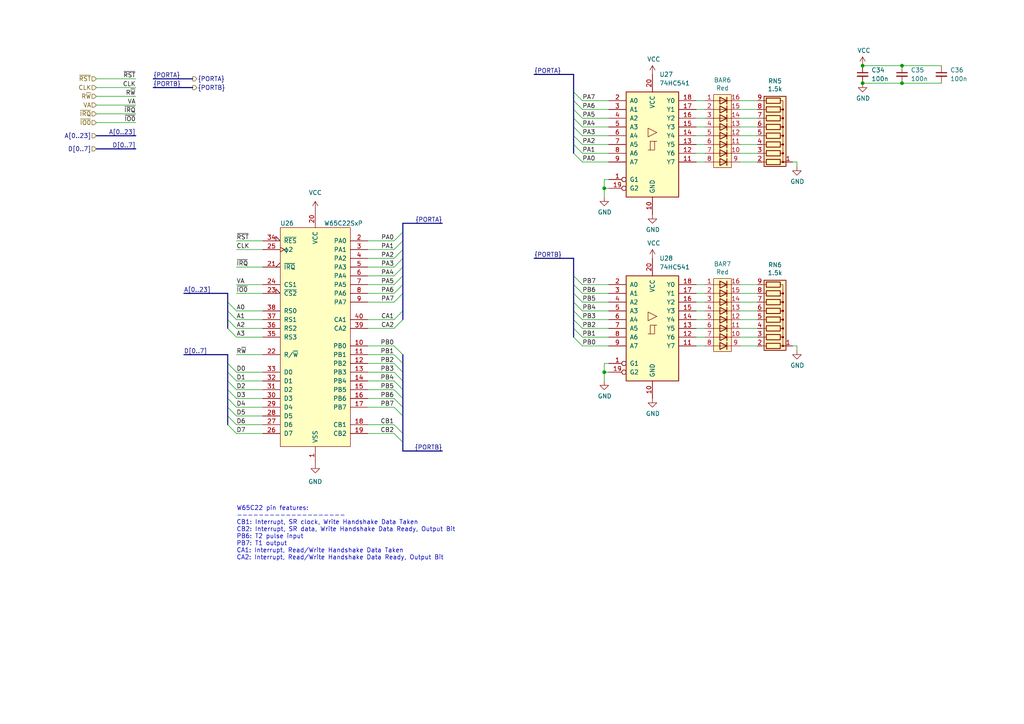
<source format=kicad_sch>
(kicad_sch (version 20211123) (generator eeschema)
  (paper "A4")
  (title_block (title "GPIO module") (date "2022-09-03") (rev "A.28") (comment 2 "https://github.com/adrienkohlbecker/65C816") (comment 3 "Licensed under CERN-OHL-W v2") (comment 4 "Copyright © 2022 Adrien Kohlbecker"))
  (lib_symbols
    (symbol "65C816:LED-Array-8" (pin_names (offset 1.016) hide)
      (property "Reference" "BAR" (at 0 11.938 0))
      (property "Value" "LED-Array-8" (at 0.762 -12.065 0))
      (symbol "LED-Array-8_0_1"
        (polyline (pts (xy -2.54 -8.89) (xy 2.54 -8.89)))
        (polyline (pts (xy -2.54 -6.35) (xy 2.54 -6.35)))
        (polyline (pts (xy -2.54 -1.27) (xy 2.54 -1.27)))
        (polyline (pts (xy -2.54 3.81) (xy 2.54 3.81)))
        (polyline (pts (xy -2.54 6.35) (xy 2.54 6.35)))
        (polyline (pts (xy -2.54 8.89) (xy 2.54 8.89)))
        (polyline (pts (xy 1.27 -7.874) (xy 1.27 -9.906)) (stroke (width 0.254)))
        (polyline (pts (xy 1.27 -5.334) (xy 1.27 -7.366)) (stroke (width 0.254)))
        (polyline (pts (xy 1.27 -2.794) (xy 1.27 -4.826)) (stroke (width 0.254)))
        (polyline (pts (xy 1.27 -0.254) (xy 1.27 -2.286)) (stroke (width 0.254)))
        (polyline (pts (xy 1.27 2.286) (xy 1.27 0.254)) (stroke (width 0.254)))
        (polyline (pts (xy 1.27 4.826) (xy 1.27 2.794)) (stroke (width 0.254)))
        (polyline (pts (xy 1.27 7.366) (xy 1.27 5.334)) (stroke (width 0.254)))
        (polyline (pts (xy 1.27 9.906) (xy 1.27 7.874)) (stroke (width 0.254)))
        (polyline (pts (xy 2.54 -3.81) (xy -2.54 -3.81)))
        (polyline (pts (xy 2.54 1.27) (xy -2.54 1.27)))
        (polyline (pts (xy -0.762 -7.874) (xy -0.762 -9.906) (xy 1.27 -8.89) (xy -0.762 -7.874)) (stroke (width 0.254)))
        (polyline (pts (xy -0.762 -5.334) (xy -0.762 -7.366) (xy 1.27 -6.35) (xy -0.762 -5.334)) (stroke (width 0.254)))
        (polyline (pts (xy -0.762 -2.794) (xy -0.762 -4.826) (xy 1.27 -3.81) (xy -0.762 -2.794)) (stroke (width 0.254)))
        (polyline (pts (xy -0.762 -0.254) (xy -0.762 -2.286) (xy 1.27 -1.27) (xy -0.762 -0.254)) (stroke (width 0.254)))
        (polyline (pts (xy -0.762 2.286) (xy -0.762 0.254) (xy 1.27 1.27) (xy -0.762 2.286)) (stroke (width 0.254)))
        (polyline (pts (xy -0.762 4.826) (xy -0.762 2.794) (xy 1.27 3.81) (xy -0.762 4.826)) (stroke (width 0.254)))
        (polyline (pts (xy -0.762 7.366) (xy -0.762 5.334) (xy 1.27 6.35) (xy -0.762 7.366)) (stroke (width 0.254)))
        (polyline (pts (xy -0.762 9.906) (xy -0.762 7.874) (xy 1.27 8.89) (xy -0.762 9.906)) (stroke (width 0.254)))
        (rectangle (start 2.54 10.668) (end -2.54 -10.541) (fill (type background)))
      )
      (symbol "LED-Array-8_1_1"
        (pin passive line (at -5.08 8.89 0) (length 2.54) (name "A") (number "1"))
        (pin passive line (at 5.08 -6.35 180) (length 2.54) (name "K") (number "10"))
        (pin passive line (at 5.08 -3.81 180) (length 2.54) (name "K") (number "11"))
        (pin passive line (at 5.08 -1.27 180) (length 2.54) (name "K") (number "12"))
        (pin passive line (at 5.08 1.27 180) (length 2.54) (name "K") (number "13"))
        (pin passive line (at 5.08 3.81 180) (length 2.54) (name "K") (number "14"))
        (pin passive line (at 5.08 6.35 180) (length 2.54) (name "K") (number "15"))
        (pin passive line (at 5.08 8.89 180) (length 2.54) (name "K") (number "16"))
        (pin passive line (at -5.08 6.35 0) (length 2.54) (name "A") (number "2"))
        (pin passive line (at -5.08 3.81 0) (length 2.54) (name "A") (number "3"))
        (pin passive line (at -5.08 1.27 0) (length 2.54) (name "A") (number "4"))
        (pin passive line (at -5.08 -1.27 0) (length 2.54) (name "A") (number "5"))
        (pin passive line (at -5.08 -3.81 0) (length 2.54) (name "A") (number "6"))
        (pin passive line (at -5.08 -6.35 0) (length 2.54) (name "A") (number "7"))
        (pin passive line (at -5.08 -8.89 0) (length 2.54) (name "A") (number "8"))
        (pin passive line (at 5.08 -8.89 180) (length 2.54) (name "K") (number "9"))
      )
    )
    (symbol "65C816:W65C22SxP" (pin_names (offset 1.016))
      (property "Reference" "U" (at -10.16 33.02 0))
      (property "Value" "W65C22SxP" (at 0 0 90))
      (symbol "W65C22SxP_0_1"
        (rectangle (start -10.16 31.75) (end 10.16 -31.75) (fill (type background)))
      )
      (symbol "W65C22SxP_1_1"
        (pin power_in line (at 0 -36.83 90) (length 5.08) (name "VSS") (number "1"))
        (pin bidirectional line (at 15.24 -2.54 180) (length 5.08) (name "PB0") (number "10"))
        (pin bidirectional line (at 15.24 -5.08 180) (length 5.08) (name "PB1") (number "11"))
        (pin bidirectional line (at 15.24 -7.62 180) (length 5.08) (name "PB2") (number "12"))
        (pin bidirectional line (at 15.24 -10.16 180) (length 5.08) (name "PB3") (number "13"))
        (pin bidirectional line (at 15.24 -12.7 180) (length 5.08) (name "PB4") (number "14"))
        (pin bidirectional line (at 15.24 -15.24 180) (length 5.08) (name "PB5") (number "15"))
        (pin bidirectional line (at 15.24 -17.78 180) (length 5.08) (name "PB6") (number "16"))
        (pin bidirectional line (at 15.24 -20.32 180) (length 5.08) (name "PB7") (number "17"))
        (pin input line (at 15.24 -25.4 180) (length 5.08) (name "CB1") (number "18"))
        (pin bidirectional line (at 15.24 -27.94 180) (length 5.08) (name "CB2") (number "19"))
        (pin bidirectional line (at 15.24 27.94 180) (length 5.08) (name "PA0") (number "2"))
        (pin power_in line (at 0 36.83 270) (length 5.08) (name "VCC") (number "20"))
        (pin output output_low (at -15.24 20.32 0) (length 5.08) (name "~{IRQ}") (number "21"))
        (pin input line (at -15.24 -5.08 0) (length 5.08) (name "R/~{W}") (number "22"))
        (pin input input_low (at -15.24 12.7 0) (length 5.08) (name "~{CS2}") (number "23"))
        (pin input line (at -15.24 15.24 0) (length 5.08) (name "CS1") (number "24"))
        (pin input clock (at -15.24 25.4 0) (length 5.08) (name "ϕ2") (number "25"))
        (pin bidirectional line (at -15.24 -27.94 0) (length 5.08) (name "D7") (number "26"))
        (pin bidirectional line (at -15.24 -25.4 0) (length 5.08) (name "D6") (number "27"))
        (pin bidirectional line (at -15.24 -22.86 0) (length 5.08) (name "D5") (number "28"))
        (pin bidirectional line (at -15.24 -20.32 0) (length 5.08) (name "D4") (number "29"))
        (pin bidirectional line (at 15.24 25.4 180) (length 5.08) (name "PA1") (number "3"))
        (pin bidirectional line (at -15.24 -17.78 0) (length 5.08) (name "D3") (number "30"))
        (pin bidirectional line (at -15.24 -15.24 0) (length 5.08) (name "D2") (number "31"))
        (pin bidirectional line (at -15.24 -12.7 0) (length 5.08) (name "D1") (number "32"))
        (pin bidirectional line (at -15.24 -10.16 0) (length 5.08) (name "D0") (number "33"))
        (pin input input_low (at -15.24 27.94 0) (length 5.08) (name "~{RES}") (number "34"))
        (pin input line (at -15.24 0 0) (length 5.08) (name "RS3") (number "35"))
        (pin input line (at -15.24 2.54 0) (length 5.08) (name "RS2") (number "36"))
        (pin input line (at -15.24 5.08 0) (length 5.08) (name "RS1") (number "37"))
        (pin input line (at -15.24 7.62 0) (length 5.08) (name "RS0") (number "38"))
        (pin bidirectional line (at 15.24 2.54 180) (length 5.08) (name "CA2") (number "39"))
        (pin bidirectional line (at 15.24 22.86 180) (length 5.08) (name "PA2") (number "4"))
        (pin input line (at 15.24 5.08 180) (length 5.08) (name "CA1") (number "40"))
        (pin bidirectional line (at 15.24 20.32 180) (length 5.08) (name "PA3") (number "5"))
        (pin bidirectional line (at 15.24 17.78 180) (length 5.08) (name "PA4") (number "6"))
        (pin bidirectional line (at 15.24 15.24 180) (length 5.08) (name "PA5") (number "7"))
        (pin bidirectional line (at 15.24 12.7 180) (length 5.08) (name "PA6") (number "8"))
        (pin bidirectional line (at 15.24 10.16 180) (length 5.08) (name "PA7") (number "9"))
      )
    )
    (symbol "74xx:74LS541" (pin_names (offset 1.016))
      (property "Reference" "U" (at -7.62 16.51 0))
      (property "Value" "74LS541" (at -7.62 -16.51 0))
      (symbol "74LS541_1_0"
        (polyline (pts (xy -0.635 -1.6002) (xy -0.635 0.9398) (xy 0.635 0.9398)))
        (polyline (pts (xy -1.27 -1.6002) (xy 0.635 -1.6002) (xy 0.635 0.9398) (xy 1.27 0.9398)))
        (polyline (pts (xy 1.27 3.4798) (xy -1.27 4.7498) (xy -1.27 2.2098) (xy 1.27 3.4798)) (stroke (width 0.1524)))
        (pin input inverted (at -12.7 -10.16 0) (length 5.08) (name "G1") (number "1"))
        (pin power_in line (at 0 -20.32 90) (length 5.08) (name "GND") (number "10"))
        (pin tri_state line (at 12.7 -5.08 180) (length 5.08) (name "Y7") (number "11"))
        (pin tri_state line (at 12.7 -2.54 180) (length 5.08) (name "Y6") (number "12"))
        (pin tri_state line (at 12.7 0 180) (length 5.08) (name "Y5") (number "13"))
        (pin tri_state line (at 12.7 2.54 180) (length 5.08) (name "Y4") (number "14"))
        (pin tri_state line (at 12.7 5.08 180) (length 5.08) (name "Y3") (number "15"))
        (pin tri_state line (at 12.7 7.62 180) (length 5.08) (name "Y2") (number "16"))
        (pin tri_state line (at 12.7 10.16 180) (length 5.08) (name "Y1") (number "17"))
        (pin tri_state line (at 12.7 12.7 180) (length 5.08) (name "Y0") (number "18"))
        (pin input inverted (at -12.7 -12.7 0) (length 5.08) (name "G2") (number "19"))
        (pin input line (at -12.7 12.7 0) (length 5.08) (name "A0") (number "2"))
        (pin power_in line (at 0 20.32 270) (length 5.08) (name "VCC") (number "20"))
        (pin input line (at -12.7 10.16 0) (length 5.08) (name "A1") (number "3"))
        (pin input line (at -12.7 7.62 0) (length 5.08) (name "A2") (number "4"))
        (pin input line (at -12.7 5.08 0) (length 5.08) (name "A3") (number "5"))
        (pin input line (at -12.7 2.54 0) (length 5.08) (name "A4") (number "6"))
        (pin input line (at -12.7 0 0) (length 5.08) (name "A5") (number "7"))
        (pin input line (at -12.7 -2.54 0) (length 5.08) (name "A6") (number "8"))
        (pin input line (at -12.7 -5.08 0) (length 5.08) (name "A7") (number "9"))
      )
      (symbol "74LS541_1_1"
        (rectangle (start -7.62 15.24) (end 7.62 -15.24) (stroke (width 0.254)) (fill (type background)))
      )
    )
    (symbol "Device:C_Small" (pin_numbers hide) (pin_names (offset 0.254) hide)
      (property "Reference" "C" (at 0.254 1.778 0))
      (property "Value" "C_Small" (at 0.254 -2.032 0))
      (symbol "C_Small_0_1"
        (polyline (pts (xy -1.524 -0.508) (xy 1.524 -0.508)) (stroke (width 0.3302)))
        (polyline (pts (xy -1.524 0.508) (xy 1.524 0.508)) (stroke (width 0.3048)))
      )
      (symbol "C_Small_1_1"
        (pin passive line (at 0 2.54 270) (length 2.032) (name "~") (number "1"))
        (pin passive line (at 0 -2.54 90) (length 2.032) (name "~") (number "2"))
      )
    )
    (symbol "Device:R_Network08" (pin_names (offset 0) hide)
      (property "Reference" "RN" (at -12.7 0 90))
      (property "Value" "R_Network08" (at 10.16 0 90))
      (symbol "R_Network08_0_1"
        (rectangle (start -11.43 -3.175) (end 8.89 3.175) (stroke (width 0.254)) (fill (type background)))
        (rectangle (start -10.922 1.524) (end -9.398 -2.54) (stroke (width 0.254)))
        (circle (center -10.16 2.286) (radius 0.254) (fill (type outline)))
        (rectangle (start -8.382 1.524) (end -6.858 -2.54) (stroke (width 0.254)))
        (circle (center -7.62 2.286) (radius 0.254) (fill (type outline)))
        (rectangle (start -5.842 1.524) (end -4.318 -2.54) (stroke (width 0.254)))
        (circle (center -5.08 2.286) (radius 0.254) (fill (type outline)))
        (rectangle (start -3.302 1.524) (end -1.778 -2.54) (stroke (width 0.254)))
        (circle (center -2.54 2.286) (radius 0.254) (fill (type outline)))
        (rectangle (start -0.762 1.524) (end 0.762 -2.54) (stroke (width 0.254)))
        (polyline (pts (xy -10.16 -2.54) (xy -10.16 -3.81)))
        (polyline (pts (xy -7.62 -2.54) (xy -7.62 -3.81)))
        (polyline (pts (xy -5.08 -2.54) (xy -5.08 -3.81)))
        (polyline (pts (xy -2.54 -2.54) (xy -2.54 -3.81)))
        (polyline (pts (xy 0 -2.54) (xy 0 -3.81)))
        (polyline (pts (xy 2.54 -2.54) (xy 2.54 -3.81)))
        (polyline (pts (xy 5.08 -2.54) (xy 5.08 -3.81)))
        (polyline (pts (xy 7.62 -2.54) (xy 7.62 -3.81)))
        (polyline (pts (xy -10.16 1.524) (xy -10.16 2.286) (xy -7.62 2.286) (xy -7.62 1.524)))
        (polyline (pts (xy -7.62 1.524) (xy -7.62 2.286) (xy -5.08 2.286) (xy -5.08 1.524)))
        (polyline (pts (xy -5.08 1.524) (xy -5.08 2.286) (xy -2.54 2.286) (xy -2.54 1.524)))
        (polyline (pts (xy -2.54 1.524) (xy -2.54 2.286) (xy 0 2.286) (xy 0 1.524)))
        (polyline (pts (xy 0 1.524) (xy 0 2.286) (xy 2.54 2.286) (xy 2.54 1.524)))
        (polyline (pts (xy 2.54 1.524) (xy 2.54 2.286) (xy 5.08 2.286) (xy 5.08 1.524)))
        (polyline (pts (xy 5.08 1.524) (xy 5.08 2.286) (xy 7.62 2.286) (xy 7.62 1.524)))
        (circle (center 0 2.286) (radius 0.254) (fill (type outline)))
        (rectangle (start 1.778 1.524) (end 3.302 -2.54) (stroke (width 0.254)))
        (circle (center 2.54 2.286) (radius 0.254) (fill (type outline)))
        (rectangle (start 4.318 1.524) (end 5.842 -2.54) (stroke (width 0.254)))
        (circle (center 5.08 2.286) (radius 0.254) (fill (type outline)))
        (rectangle (start 6.858 1.524) (end 8.382 -2.54) (stroke (width 0.254)))
      )
      (symbol "R_Network08_1_1"
        (pin passive line (at -10.16 5.08 270) (length 2.54) (name "common") (number "1"))
        (pin passive line (at -10.16 -5.08 90) (length 1.27) (name "R1") (number "2"))
        (pin passive line (at -7.62 -5.08 90) (length 1.27) (name "R2") (number "3"))
        (pin passive line (at -5.08 -5.08 90) (length 1.27) (name "R3") (number "4"))
        (pin passive line (at -2.54 -5.08 90) (length 1.27) (name "R4") (number "5"))
        (pin passive line (at 0 -5.08 90) (length 1.27) (name "R5") (number "6"))
        (pin passive line (at 2.54 -5.08 90) (length 1.27) (name "R6") (number "7"))
        (pin passive line (at 5.08 -5.08 90) (length 1.27) (name "R7") (number "8"))
        (pin passive line (at 7.62 -5.08 90) (length 1.27) (name "R8") (number "9"))
      )
    )
    (symbol "power:GND" (power) (pin_names (offset 0))
      (property "Value" "GND" (at 0 -3.81 0))
      (symbol "GND_0_1"
        (polyline (pts (xy 0 0) (xy 0 -1.27) (xy 1.27 -1.27) (xy 0 -2.54) (xy -1.27 -1.27) (xy 0 -1.27)))
      )
      (symbol "GND_1_1"
        (pin power_in line (at 0 0 270) (length 0) hide (name "GND") (number "1"))
      )
    )
    (symbol "power:VCC" (power) (pin_names (offset 0))
      (property "Value" "VCC" (at 0 3.81 0))
      (symbol "VCC_0_1"
        (polyline (pts (xy -0.762 1.27) (xy 0 2.54)))
        (polyline (pts (xy 0 0) (xy 0 2.54)))
        (polyline (pts (xy 0 2.54) (xy 0.762 1.27)))
      )
      (symbol "VCC_1_1"
        (pin power_in line (at 0 0 90) (length 0) hide (name "VCC") (number "1"))
      )
    )
  )
  (bus_alias "PORTA" (members "PA0" "PA1" "PA2" "PA3" "PA4" "PA5" "PA6" "PA7" "CA1" "CA2"))
  (bus_alias "PORTB" (members "PB0" "PB1" "PB2" "PB3" "PB4" "PB5" "PB6" "PB7" "CB1" "CB2"))
  (junction (at 175.26 54.61))
  (junction (at 175.26 107.95))
  (junction (at 250.19 24.13))
  (junction (at 261.62 24.13))
  (junction (at 250.19 19.05))
  (junction (at 261.62 19.05))
  (bus_entry (at 116.84 120.65) (size -2.54 -2.54))
  (bus_entry (at 66.04 105.41) (size 2.54 2.54))
  (bus_entry (at 66.04 92.71) (size 2.54 2.54))
  (bus_entry (at 166.37 80.01) (size 2.54 2.54))
  (bus_entry (at 166.37 87.63) (size 2.54 2.54))
  (bus_entry (at 116.84 113.03) (size -2.54 -2.54))
  (bus_entry (at 66.04 90.17) (size 2.54 2.54))
  (bus_entry (at 166.37 34.29) (size 2.54 2.54))
  (bus_entry (at 166.37 31.75) (size 2.54 2.54))
  (bus_entry (at 116.84 118.11) (size -2.54 -2.54))
  (bus_entry (at 166.37 36.83) (size 2.54 2.54))
  (bus_entry (at 66.04 95.25) (size 2.54 2.54))
  (bus_entry (at 116.84 110.49) (size -2.54 -2.54))
  (bus_entry (at 66.04 118.11) (size 2.54 2.54))
  (bus_entry (at 116.84 77.47) (size -2.54 2.54))
  (bus_entry (at 116.84 74.93) (size -2.54 2.54))
  (bus_entry (at 116.84 85.09) (size -2.54 2.54))
  (bus_entry (at 166.37 85.09) (size 2.54 2.54))
  (bus_entry (at 66.04 113.03) (size 2.54 2.54))
  (bus_entry (at 116.84 125.73) (size -2.54 -2.54))
  (bus_entry (at 116.84 82.55) (size -2.54 2.54))
  (bus_entry (at 116.84 69.85) (size -2.54 2.54))
  (bus_entry (at 116.84 107.95) (size -2.54 -2.54))
  (bus_entry (at 166.37 41.91) (size 2.54 2.54))
  (bus_entry (at 66.04 120.65) (size 2.54 2.54))
  (bus_entry (at 166.37 92.71) (size 2.54 2.54))
  (bus_entry (at 116.84 128.27) (size -2.54 -2.54))
  (bus_entry (at 166.37 82.55) (size 2.54 2.54))
  (bus_entry (at 116.84 72.39) (size -2.54 2.54))
  (bus_entry (at 116.84 92.71) (size -2.54 2.54))
  (bus_entry (at 66.04 87.63) (size 2.54 2.54))
  (bus_entry (at 116.84 115.57) (size -2.54 -2.54))
  (bus_entry (at 116.84 102.87) (size -2.54 -2.54))
  (bus_entry (at 116.84 90.17) (size -2.54 2.54))
  (bus_entry (at 116.84 67.31) (size -2.54 2.54))
  (bus_entry (at 166.37 39.37) (size 2.54 2.54))
  (bus_entry (at 166.37 26.67) (size 2.54 2.54))
  (bus_entry (at 166.37 44.45) (size 2.54 2.54))
  (bus_entry (at 116.84 105.41) (size -2.54 -2.54))
  (bus_entry (at 166.37 29.21) (size 2.54 2.54))
  (bus_entry (at 66.04 115.57) (size 2.54 2.54))
  (bus_entry (at 116.84 80.01) (size -2.54 2.54))
  (bus_entry (at 66.04 123.19) (size 2.54 2.54))
  (bus_entry (at 166.37 97.79) (size 2.54 2.54))
  (bus_entry (at 66.04 110.49) (size 2.54 2.54))
  (bus_entry (at 166.37 90.17) (size 2.54 2.54))
  (bus_entry (at 66.04 107.95) (size 2.54 2.54))
  (bus_entry (at 166.37 95.25) (size 2.54 2.54))
  (wire (pts (xy 106.68 74.93) (xy 114.3 74.93)))
  (wire (pts (xy 68.58 125.73) (xy 76.2 125.73)))
  (bus (pts (xy 116.84 92.71) (xy 116.84 90.17)))
  (bus (pts (xy 116.84 85.09) (xy 116.84 82.55)))
  (bus (pts (xy 116.84 82.55) (xy 116.84 80.01)))
  (bus (pts (xy 166.37 21.59) (xy 154.94 21.59)))
  (bus (pts (xy 116.84 125.73) (xy 116.84 128.27)))
  (wire (pts (xy 175.26 105.41) (xy 175.26 107.95)))
  (bus (pts (xy 166.37 31.75) (xy 166.37 34.29)))
  (wire (pts (xy 204.47 39.37) (xy 201.93 39.37)))
  (wire (pts (xy 201.93 41.91) (xy 204.47 41.91)))
  (wire (pts (xy 68.58 123.19) (xy 76.2 123.19)))
  (bus (pts (xy 166.37 90.17) (xy 166.37 92.71)))
  (wire (pts (xy 175.26 54.61) (xy 176.53 54.61)))
  (wire (pts (xy 219.71 92.71) (xy 214.63 92.71)))
  (wire (pts (xy 201.93 100.33) (xy 204.47 100.33)))
  (bus (pts (xy 166.37 74.93) (xy 154.94 74.93)))
  (wire (pts (xy 229.87 46.99) (xy 231.14 46.99)))
  (bus (pts (xy 66.04 118.11) (xy 66.04 120.65)))
  (bus (pts (xy 166.37 29.21) (xy 166.37 31.75)))
  (wire (pts (xy 106.68 85.09) (xy 114.3 85.09)))
  (wire (pts (xy 219.71 87.63) (xy 214.63 87.63)))
  (wire (pts (xy 214.63 46.99) (xy 219.71 46.99)))
  (wire (pts (xy 68.58 77.47) (xy 76.2 77.47)))
  (wire (pts (xy 106.68 69.85) (xy 114.3 69.85)))
  (bus (pts (xy 166.37 34.29) (xy 166.37 36.83)))
  (bus (pts (xy 66.04 115.57) (xy 66.04 118.11)))
  (wire (pts (xy 176.53 46.99) (xy 168.91 46.99)))
  (wire (pts (xy 201.93 31.75) (xy 204.47 31.75)))
  (wire (pts (xy 106.68 110.49) (xy 114.3 110.49)))
  (bus (pts (xy 53.34 102.87) (xy 66.04 102.87)))
  (bus (pts (xy 66.04 105.41) (xy 66.04 107.95)))
  (wire (pts (xy 229.87 100.33) (xy 231.14 100.33)))
  (wire (pts (xy 214.63 95.25) (xy 219.71 95.25)))
  (wire (pts (xy 68.58 95.25) (xy 76.2 95.25)))
  (wire (pts (xy 250.19 19.05) (xy 261.62 19.05)))
  (wire (pts (xy 39.37 33.02) (xy 27.94 33.02)))
  (bus (pts (xy 116.84 128.27) (xy 116.84 130.81)))
  (bus (pts (xy 166.37 41.91) (xy 166.37 44.45)))
  (bus (pts (xy 66.04 95.25) (xy 66.04 92.71)))
  (wire (pts (xy 201.93 90.17) (xy 204.47 90.17)))
  (wire (pts (xy 39.37 22.86) (xy 27.94 22.86)))
  (wire (pts (xy 68.58 110.49) (xy 76.2 110.49)))
  (bus (pts (xy 116.84 72.39) (xy 116.84 69.85)))
  (bus (pts (xy 66.04 107.95) (xy 66.04 110.49)))
  (wire (pts (xy 68.58 118.11) (xy 76.2 118.11)))
  (wire (pts (xy 201.93 46.99) (xy 204.47 46.99)))
  (wire (pts (xy 106.68 72.39) (xy 114.3 72.39)))
  (bus (pts (xy 116.84 107.95) (xy 116.84 105.41)))
  (wire (pts (xy 168.91 92.71) (xy 176.53 92.71)))
  (bus (pts (xy 116.84 110.49) (xy 116.84 107.95)))
  (wire (pts (xy 231.14 46.99) (xy 231.14 48.26)))
  (wire (pts (xy 168.91 97.79) (xy 176.53 97.79)))
  (bus (pts (xy 44.45 25.4) (xy 55.88 25.4)))
  (wire (pts (xy 68.58 85.09) (xy 76.2 85.09)))
  (wire (pts (xy 204.47 82.55) (xy 201.93 82.55)))
  (wire (pts (xy 204.47 87.63) (xy 201.93 87.63)))
  (bus (pts (xy 53.34 85.09) (xy 66.04 85.09)))
  (bus (pts (xy 116.84 64.77) (xy 128.27 64.77)))
  (bus (pts (xy 66.04 120.65) (xy 66.04 123.19)))
  (wire (pts (xy 176.53 36.83) (xy 168.91 36.83)))
  (bus (pts (xy 116.84 105.41) (xy 116.84 102.87)))
  (wire (pts (xy 175.26 52.07) (xy 175.26 54.61)))
  (bus (pts (xy 166.37 26.67) (xy 166.37 29.21)))
  (wire (pts (xy 214.63 90.17) (xy 219.71 90.17)))
  (wire (pts (xy 231.14 100.33) (xy 231.14 101.6)))
  (bus (pts (xy 66.04 102.87) (xy 66.04 105.41)))
  (bus (pts (xy 116.84 115.57) (xy 116.84 113.03)))
  (bus (pts (xy 66.04 110.49) (xy 66.04 113.03)))
  (wire (pts (xy 250.19 24.13) (xy 261.62 24.13)))
  (bus (pts (xy 116.84 80.01) (xy 116.84 77.47)))
  (wire (pts (xy 39.37 30.48) (xy 27.94 30.48)))
  (wire (pts (xy 214.63 85.09) (xy 219.71 85.09)))
  (wire (pts (xy 106.68 115.57) (xy 114.3 115.57)))
  (wire (pts (xy 176.53 29.21) (xy 168.91 29.21)))
  (bus (pts (xy 166.37 85.09) (xy 166.37 87.63)))
  (wire (pts (xy 168.91 39.37) (xy 176.53 39.37)))
  (wire (pts (xy 261.62 24.13) (xy 273.05 24.13)))
  (bus (pts (xy 116.84 90.17) (xy 116.84 85.09)))
  (wire (pts (xy 106.68 123.19) (xy 114.3 123.19)))
  (wire (pts (xy 68.58 107.95) (xy 76.2 107.95)))
  (wire (pts (xy 106.68 77.47) (xy 114.3 77.47)))
  (bus (pts (xy 116.84 69.85) (xy 116.84 67.31)))
  (wire (pts (xy 76.2 82.55) (xy 68.58 82.55)))
  (wire (pts (xy 39.37 27.94) (xy 27.94 27.94)))
  (wire (pts (xy 68.58 102.87) (xy 76.2 102.87)))
  (wire (pts (xy 204.47 34.29) (xy 201.93 34.29)))
  (bus (pts (xy 66.04 92.71) (xy 66.04 90.17)))
  (wire (pts (xy 106.68 82.55) (xy 114.3 82.55)))
  (bus (pts (xy 66.04 90.17) (xy 66.04 87.63)))
  (bus (pts (xy 116.84 74.93) (xy 116.84 72.39)))
  (wire (pts (xy 176.53 87.63) (xy 168.91 87.63)))
  (wire (pts (xy 106.68 100.33) (xy 114.3 100.33)))
  (bus (pts (xy 27.94 39.37) (xy 39.37 39.37)))
  (bus (pts (xy 66.04 85.09) (xy 66.04 87.63)))
  (bus (pts (xy 116.84 120.65) (xy 116.84 118.11)))
  (wire (pts (xy 106.68 87.63) (xy 114.3 87.63)))
  (wire (pts (xy 175.26 52.07) (xy 176.53 52.07)))
  (wire (pts (xy 176.53 90.17) (xy 168.91 90.17)))
  (bus (pts (xy 166.37 74.93) (xy 166.37 80.01)))
  (wire (pts (xy 106.68 125.73) (xy 114.3 125.73)))
  (wire (pts (xy 106.68 80.01) (xy 114.3 80.01)))
  (wire (pts (xy 68.58 90.17) (xy 76.2 90.17)))
  (wire (pts (xy 204.47 29.21) (xy 201.93 29.21)))
  (wire (pts (xy 214.63 100.33) (xy 219.71 100.33)))
  (bus (pts (xy 166.37 92.71) (xy 166.37 95.25)))
  (bus (pts (xy 166.37 87.63) (xy 166.37 90.17)))
  (bus (pts (xy 116.84 113.03) (xy 116.84 110.49)))
  (wire (pts (xy 176.53 85.09) (xy 168.91 85.09)))
  (wire (pts (xy 39.37 25.4) (xy 27.94 25.4)))
  (wire (pts (xy 261.62 19.05) (xy 273.05 19.05)))
  (wire (pts (xy 68.58 115.57) (xy 76.2 115.57)))
  (wire (pts (xy 176.53 95.25) (xy 168.91 95.25)))
  (wire (pts (xy 176.53 34.29) (xy 168.91 34.29)))
  (wire (pts (xy 219.71 39.37) (xy 214.63 39.37)))
  (wire (pts (xy 176.53 31.75) (xy 168.91 31.75)))
  (wire (pts (xy 39.37 35.56) (xy 27.94 35.56)))
  (wire (pts (xy 106.68 113.03) (xy 114.3 113.03)))
  (bus (pts (xy 116.84 118.11) (xy 116.84 115.57)))
  (wire (pts (xy 214.63 29.21) (xy 219.71 29.21)))
  (wire (pts (xy 114.3 102.87) (xy 106.68 102.87)))
  (wire (pts (xy 175.26 110.49) (xy 175.26 107.95)))
  (bus (pts (xy 166.37 39.37) (xy 166.37 41.91)))
  (wire (pts (xy 204.47 97.79) (xy 201.93 97.79)))
  (bus (pts (xy 166.37 36.83) (xy 166.37 39.37)))
  (wire (pts (xy 175.26 107.95) (xy 176.53 107.95)))
  (bus (pts (xy 116.84 77.47) (xy 116.84 74.93)))
  (wire (pts (xy 214.63 41.91) (xy 219.71 41.91)))
  (wire (pts (xy 214.63 36.83) (xy 219.71 36.83)))
  (wire (pts (xy 106.68 92.71) (xy 114.3 92.71)))
  (wire (pts (xy 106.68 105.41) (xy 114.3 105.41)))
  (bus (pts (xy 66.04 113.03) (xy 66.04 115.57)))
  (bus (pts (xy 166.37 80.01) (xy 166.37 82.55)))
  (wire (pts (xy 214.63 82.55) (xy 219.71 82.55)))
  (bus (pts (xy 166.37 95.25) (xy 166.37 97.79)))
  (wire (pts (xy 201.93 85.09) (xy 204.47 85.09)))
  (wire (pts (xy 219.71 97.79) (xy 214.63 97.79)))
  (bus (pts (xy 116.84 125.73) (xy 116.84 120.65)))
  (wire (pts (xy 114.3 107.95) (xy 106.68 107.95)))
  (wire (pts (xy 106.68 95.25) (xy 114.3 95.25)))
  (wire (pts (xy 68.58 97.79) (xy 76.2 97.79)))
  (wire (pts (xy 214.63 31.75) (xy 219.71 31.75)))
  (wire (pts (xy 176.53 41.91) (xy 168.91 41.91)))
  (wire (pts (xy 68.58 113.03) (xy 76.2 113.03)))
  (wire (pts (xy 168.91 44.45) (xy 176.53 44.45)))
  (bus (pts (xy 166.37 21.59) (xy 166.37 26.67)))
  (wire (pts (xy 201.93 36.83) (xy 204.47 36.83)))
  (wire (pts (xy 68.58 69.85) (xy 76.2 69.85)))
  (bus (pts (xy 166.37 82.55) (xy 166.37 85.09)))
  (wire (pts (xy 219.71 34.29) (xy 214.63 34.29)))
  (wire (pts (xy 175.26 105.41) (xy 176.53 105.41)))
  (wire (pts (xy 68.58 92.71) (xy 76.2 92.71)))
  (wire (pts (xy 176.53 100.33) (xy 168.91 100.33)))
  (bus (pts (xy 116.84 130.81) (xy 128.27 130.81)))
  (wire (pts (xy 219.71 44.45) (xy 214.63 44.45)))
  (wire (pts (xy 68.58 72.39) (xy 76.2 72.39)))
  (bus (pts (xy 44.45 22.86) (xy 55.88 22.86)))
  (wire (pts (xy 204.47 92.71) (xy 201.93 92.71)))
  (bus (pts (xy 27.94 43.18) (xy 39.37 43.18)))
  (wire (pts (xy 204.47 44.45) (xy 201.93 44.45)))
  (wire (pts (xy 175.26 57.15) (xy 175.26 54.61)))
  (wire (pts (xy 176.53 82.55) (xy 168.91 82.55)))
  (bus (pts (xy 116.84 64.77) (xy 116.84 67.31)))
  (wire (pts (xy 201.93 95.25) (xy 204.47 95.25)))
  (wire (pts (xy 106.68 118.11) (xy 114.3 118.11)))
  (wire (pts (xy 68.58 120.65) (xy 76.2 120.65)))
  (text "W65C22 pin features:\n--------------------\nCB1: Interrupt, SR clock, Write Handshake Data Taken\nCB2: Interrupt, SR data, Write Handshake Data Ready, Output Bit\nPB6: T2 pulse input\nPB7: T1 output\nCA1: Interrupt, Read/Write Handshake Data Taken\nCA2: Interrupt, Read/Write Handshake Data Ready, Output Bit" (at 68.58 162.56 0) (effects (font (size 1.27 1.27)) (justify left bottom)))
  (label "PB3" (at 114.3 107.95 180))
  (label "D2" (at 68.58 113.03 0))
  (label "D[0..7]" (at 39.37 43.18 180))
  (label "PA0" (at 168.91 46.99 0))
  (label "PB5" (at 114.3 113.03 180))
  (label "D0" (at 68.58 107.95 0))
  (label "PB4" (at 168.91 90.17 0))
  (label "PA2" (at 168.91 41.91 0))
  (label "PA6" (at 114.3 85.09 180))
  (label "A2" (at 68.58 95.25 0))
  (label "~{RST}" (at 39.37 22.86 180))
  (label "D[0..7]" (at 53.34 102.87 0))
  (label "PA0" (at 114.3 69.85 180))
  (label "A[0..23]" (at 53.34 85.09 0))
  (label "~{IO0}" (at 39.37 35.56 180))
  (label "~{IO0}" (at 68.58 85.09 0))
  (label "PA1" (at 168.91 44.45 0))
  (label "~{RST}" (at 68.58 69.85 0))
  (label "{PORTA}" (at 154.94 21.59 0))
  (label "{PORTB}" (at 44.45 25.4 0))
  (label "CA2" (at 114.3 95.25 180))
  (label "~{IRQ}" (at 68.58 77.47 0))
  (label "PB7" (at 168.91 82.55 0))
  (label "PA1" (at 114.3 72.39 180))
  (label "PA5" (at 168.91 34.29 0))
  (label "A3" (at 68.58 97.79 0))
  (label "PB3" (at 168.91 92.71 0))
  (label "D7" (at 68.58 125.73 0))
  (label "PB6" (at 114.3 115.57 180))
  (label "~{IRQ}" (at 39.37 33.02 180))
  (label "CB2" (at 114.3 125.73 180))
  (label "VA" (at 68.58 82.55 0))
  (label "{PORTA}" (at 44.45 22.86 0))
  (label "D1" (at 68.58 110.49 0))
  (label "PA6" (at 168.91 31.75 0))
  (label "PB2" (at 168.91 95.25 0))
  (label "A[0..23]" (at 39.37 39.37 180))
  (label "PA7" (at 168.91 29.21 0))
  (label "CLK" (at 68.58 72.39 0))
  (label "PA2" (at 114.3 74.93 180))
  (label "D5" (at 68.58 120.65 0))
  (label "PA7" (at 114.3 87.63 180))
  (label "PA4" (at 168.91 36.83 0))
  (label "PA5" (at 114.3 82.55 180))
  (label "PB0" (at 114.3 100.33 180))
  (label "D3" (at 68.58 115.57 0))
  (label "VA" (at 39.37 30.48 180))
  (label "PB1" (at 114.3 102.87 180))
  (label "PA3" (at 114.3 77.47 180))
  (label "PB4" (at 114.3 110.49 180))
  (label "D4" (at 68.58 118.11 0))
  (label "{PORTB}" (at 154.94 74.93 0))
  (label "PA4" (at 114.3 80.01 180))
  (label "PB0" (at 168.91 100.33 0))
  (label "{PORTA}" (at 128.27 64.77 180))
  (label "PB7" (at 114.3 118.11 180))
  (label "A1" (at 68.58 92.71 0))
  (label "PA3" (at 168.91 39.37 0))
  (label "PB2" (at 114.3 105.41 180))
  (label "PB5" (at 168.91 87.63 0))
  (label "R~{W}" (at 39.37 27.94 180))
  (label "D6" (at 68.58 123.19 0))
  (label "PB1" (at 168.91 97.79 0))
  (label "R~{W}" (at 68.58 102.87 0))
  (label "{PORTB}" (at 128.27 130.81 180))
  (label "CLK" (at 39.37 25.4 180))
  (label "CA1" (at 114.3 92.71 180))
  (label "PB6" (at 168.91 85.09 0))
  (label "CB1" (at 114.3 123.19 180))
  (label "A0" (at 68.58 90.17 0))
  (hierarchical_label "{PORTA}" (shape output) (at 55.88 22.86 0))
  (hierarchical_label "VA" (shape input) (at 27.94 30.48 180))
  (hierarchical_label "~{RST}" (shape input) (at 27.94 22.86 180))
  (hierarchical_label "~{IRQ}" (shape input) (at 27.94 33.02 180))
  (hierarchical_label "{PORTB}" (shape output) (at 55.88 25.4 0))
  (hierarchical_label "CLK" (shape input) (at 27.94 25.4 180))
  (hierarchical_label "A[0..23]" (shape input) (at 27.94 39.37 180))
  (hierarchical_label "D[0..7]" (shape input) (at 27.94 43.18 180))
  (hierarchical_label "~{IO0}" (shape input) (at 27.94 35.56 180))
  (hierarchical_label "R~{W}" (shape input) (at 27.94 27.94 180))
  (symbol (lib_id "Device:R_Network08") (at 224.79 90.17 270) (mirror x) (unit 1)
    (property "Reference" "RN6" (at 224.79 76.835 90))
    (property "Value" "1.5k" (at 224.79 79.1464 90))
    (property "Footprint" "Resistor_THT:R_Array_SIP9" (effects hide))
    (property "Datasheet" "http://www.vishay.com/docs/31509/csc.pdf" (effects hide))
  )
  (symbol (lib_id "Device:C_Small") (at 250.19 21.59 0) (unit 1)
    (property "Reference" "C34" (at 252.73 20.3262 0) (effects (justify left)))
    (property "Value" "100n" (at 252.73 22.8662 0) (effects (justify left)))
  )
  (symbol (lib_id "power:GND") (at 175.26 57.15 0) (unit 1)
    (property "Reference" "#PWR096" (effects hide))
    (property "Value" "GND" (at 175.387 61.5442 0))
  )
  (symbol (lib_id "74xx:74LS541") (at 189.23 41.91 0) (unit 1)
    (property "Reference" "U27" (at 191.2494 21.59 0) (effects (justify left)))
    (property "Value" "74HC541" (at 191.2494 24.13 0) (effects (justify left)))
    (property "Datasheet" "https://www.ti.com/lit/ds/symlink/sn74hc541.pdf" (effects hide))
  )
  (symbol (lib_id "power:GND") (at 175.26 110.49 0) (unit 1)
    (property "Reference" "#PWR097" (effects hide))
    (property "Value" "GND" (at 175.387 114.8842 0))
  )
  (symbol (lib_id "65C816:W65C22SxP") (at 91.44 97.79 0) (unit 1)
    (property "Reference" "U26" (at 81.28 64.77 0) (effects (justify left)))
    (property "Value" "W65C22SxP" (at 93.98 64.77 0) (effects (justify left)))
    (property "Datasheet" "http://www.westerndesigncenter.com/wdc/documentation/w65c22.pdf" (effects hide))
  )
  (symbol (lib_id "74xx:74LS541") (at 189.23 95.25 0) (unit 1)
    (property "Reference" "U28" (at 191.2494 74.93 0) (effects (justify left)))
    (property "Value" "74HC541" (at 191.2494 77.47 0) (effects (justify left)))
    (property "Datasheet" "https://www.ti.com/lit/ds/symlink/sn74hc541.pdf" (effects hide))
  )
  (symbol (lib_id "power:GND") (at 231.14 101.6 0) (unit 1)
    (property "Reference" "#PWR0103" (effects hide))
    (property "Value" "GND" (at 231.267 105.9942 0))
  )
  (symbol (lib_id "power:VCC") (at 250.19 19.05 0) (unit 1)
    (property "Reference" "#PWR0104" (effects hide))
    (property "Value" "VCC" (at 250.571 14.6558 0))
  )
  (symbol (lib_id "power:VCC") (at 189.23 21.59 0) (unit 1)
    (property "Reference" "#PWR098" (effects hide))
    (property "Value" "VCC" (at 189.611 17.1958 0))
  )
  (symbol (lib_id "Device:C_Small") (at 273.05 21.59 0) (unit 1)
    (property "Reference" "C36" (at 275.59 20.3262 0) (effects (justify left)))
    (property "Value" "100n" (at 275.59 22.8662 0) (effects (justify left)))
  )
  (symbol (lib_id "power:GND") (at 250.19 24.13 0) (unit 1)
    (property "Reference" "#PWR0105" (effects hide))
    (property "Value" "GND" (at 250.317 28.5242 0))
  )
  (symbol (lib_id "power:VCC") (at 189.23 74.93 0) (unit 1)
    (property "Reference" "#PWR0100" (effects hide))
    (property "Value" "VCC" (at 189.611 70.5358 0))
  )
  (symbol (lib_id "power:GND") (at 231.14 48.26 0) (unit 1)
    (property "Reference" "#PWR0102" (effects hide))
    (property "Value" "GND" (at 231.267 52.6542 0))
  )
  (symbol (lib_id "power:GND") (at 91.44 134.62 0) (unit 1)
    (property "Reference" "#PWR095" (effects hide))
    (property "Value" "GND" (at 91.44 139.7 0))
  )
  (symbol (lib_id "65C816:LED-Array-8") (at 209.55 38.1 0) (unit 1)
    (property "Reference" "BAR6" (at 209.55 23.241 0))
    (property "Value" "Red" (at 209.55 25.5524 0))
  )
  (symbol (lib_id "power:GND") (at 189.23 62.23 0) (unit 1)
    (property "Reference" "#PWR099" (effects hide))
    (property "Value" "GND" (at 189.357 66.6242 0))
  )
  (symbol (lib_id "power:GND") (at 189.23 115.57 0) (unit 1)
    (property "Reference" "#PWR0101" (effects hide))
    (property "Value" "GND" (at 189.357 119.9642 0))
  )
  (symbol (lib_id "Device:C_Small") (at 261.62 21.59 0) (unit 1)
    (property "Reference" "C35" (at 264.16 20.3262 0) (effects (justify left)))
    (property "Value" "100n" (at 264.16 22.8662 0) (effects (justify left)))
  )
  (symbol (lib_id "power:VCC") (at 91.44 60.96 0) (unit 1)
    (property "Reference" "#PWR094" (effects hide))
    (property "Value" "VCC" (at 91.44 55.88 0))
  )
  (symbol (lib_id "65C816:LED-Array-8") (at 209.55 91.44 0) (unit 1)
    (property "Reference" "BAR7" (at 209.55 76.581 0))
    (property "Value" "Red" (at 209.55 78.8924 0))
  )
  (symbol (lib_id "Device:R_Network08") (at 224.79 36.83 270) (mirror x) (unit 1)
    (property "Reference" "RN5" (at 224.79 23.495 90))
    (property "Value" "1.5k" (at 224.79 25.8064 90))
    (property "Footprint" "Resistor_THT:R_Array_SIP9" (effects hide))
    (property "Datasheet" "http://www.vishay.com/docs/31509/csc.pdf" (effects hide))
  )
)
</source>
